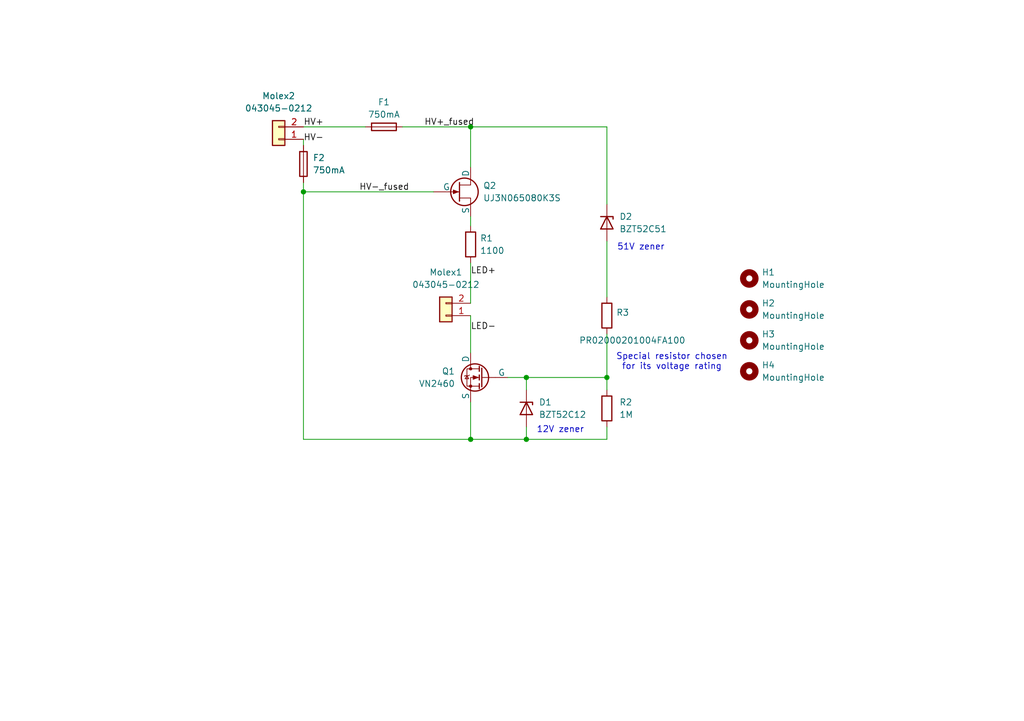
<source format=kicad_sch>
(kicad_sch (version 20231120) (generator "eeschema") (generator_version "8.0")
  (paper "A5")
  (lib_symbols
    (symbol "Connector_Generic:Conn_01x02" (pin_names (offset 1.016) hide)
      (property "Reference" "J" (at 0 2.54 0))
      (property "Value" "Conn_01x02" (at 0 -5.08 0))
      (symbol "Conn_01x02_1_1"
        (rectangle (start -1.27 -2.413) (end 0 -2.667) (stroke (width 0.1524)))
        (rectangle (start -1.27 0.127) (end 0 -0.127) (stroke (width 0.1524)))
        (rectangle (start -1.27 1.27) (end 1.27 -3.81) (stroke (width 0.254)) (fill (type background)))
        (pin passive line (at -5.08 0 0) (length 3.81) (name "Pin_1") (number "1"))
        (pin passive line (at -5.08 -2.54 0) (length 3.81) (name "Pin_2") (number "2"))
      )
    )
    (symbol "Device:Fuse" (pin_numbers hide) (pin_names (offset 0))
      (property "Reference" "F" (at 2.032 0 90))
      (property "Value" "Fuse" (at -1.905 0 90))
      (symbol "Fuse_0_1"
        (rectangle (start -0.762 -2.54) (end 0.762 2.54) (stroke (width 0.254)))
        (polyline (pts (xy 0 2.54) (xy 0 -2.54)))
      )
      (symbol "Fuse_1_1"
        (pin passive line (at 0 3.81 270) (length 1.27) (name "~") (number "1"))
        (pin passive line (at 0 -3.81 90) (length 1.27) (name "~") (number "2"))
      )
    )
    (symbol "Device:R" (pin_numbers hide) (pin_names (offset 0))
      (property "Reference" "R" (at 2.032 0 90))
      (property "Value" "R" (at 0 0 90))
      (symbol "R_0_1"
        (rectangle (start -1.016 -2.54) (end 1.016 2.54) (stroke (width 0.254)))
      )
      (symbol "R_1_1"
        (pin passive line (at 0 3.81 270) (length 1.27) (name "~") (number "1"))
        (pin passive line (at 0 -3.81 90) (length 1.27) (name "~") (number "2"))
      )
    )
    (symbol "Diode:BZT52Bxx" (pin_numbers hide) (pin_names hide)
      (property "Reference" "D" (at 0 2.54 0))
      (property "Value" "BZT52Bxx" (at 0 -2.54 0))
      (symbol "BZT52Bxx_0_1"
        (polyline (pts (xy 1.27 0) (xy -1.27 0)))
        (polyline (pts (xy -1.27 -1.27) (xy -1.27 1.27) (xy -0.762 1.27)) (stroke (width 0.254)))
        (polyline (pts (xy 1.27 -1.27) (xy 1.27 1.27) (xy -1.27 0) (xy 1.27 -1.27)) (stroke (width 0.254)))
      )
      (symbol "BZT52Bxx_1_1"
        (pin passive line (at -3.81 0 0) (length 2.54) (name "K") (number "1"))
        (pin passive line (at 3.81 0 180) (length 2.54) (name "A") (number "2"))
      )
    )
    (symbol "Mechanical:MountingHole" (pin_names (offset 1.016)) (exclude_from_sim yes) (in_bom no)
      (property "Reference" "H" (at 0 5.08 0))
      (property "Value" "MountingHole" (at 0 3.175 0))
      (symbol "MountingHole_0_1"
        (circle (center 0 0) (radius 1.27) (stroke (width 1.27)))
      )
    )
    (symbol "Simulation_SPICE:NJFET" (pin_numbers hide) (pin_names (offset 0))
      (property "Reference" "Q2" (at 5.715 1.27 0))
      (property "Value" "UJ3N120035K3S" (at 5.715 -1.27 0))
      (symbol "NJFET_0_1"
        (polyline (pts (xy 0.254 1.905) (xy 0.254 -1.905) (xy 0.254 -1.905)) (stroke (width 0.254)))
        (polyline (pts (xy 2.54 -2.54) (xy 2.54 -1.27) (xy 0.254 -1.27)))
        (polyline (pts (xy 2.54 2.54) (xy 2.54 1.397) (xy 0.254 1.397)))
        (polyline (pts (xy 0 0) (xy -1.016 0.381) (xy -1.016 -0.381) (xy 0 0)) (fill (type outline)))
        (circle (center 1.27 0) (radius 2.8194) (stroke (width 0.254)))
      )
      (symbol "NJFET_1_1"
        (pin input line (at -5.08 0 0) (length 5.334) (name "G") (number "1"))
        (pin passive line (at 2.54 5.08 270) (length 2.54) (name "D") (number "2"))
        (pin passive line (at 2.54 -5.08 90) (length 2.54) (name "S") (number "3"))
      )
    )
    (symbol "Simulation_SPICE:NMOS" (pin_numbers hide) (pin_names (offset 0))
      (property "Reference" "Q1" (at 5.715 1.27 0))
      (property "Value" "VN2460" (at 5.715 -1.27 0))
      (symbol "NMOS_0_1"
        (polyline (pts (xy 0.254 0) (xy -2.54 0)))
        (polyline (pts (xy 0.254 1.905) (xy 0.254 -1.905)) (stroke (width 0.254)))
        (polyline (pts (xy 0.762 -1.27) (xy 0.762 -2.286)) (stroke (width 0.254)))
        (polyline (pts (xy 0.762 0.508) (xy 0.762 -0.508)) (stroke (width 0.254)))
        (polyline (pts (xy 0.762 2.286) (xy 0.762 1.27)) (stroke (width 0.254)))
        (polyline (pts (xy 2.54 2.54) (xy 2.54 1.778)))
        (polyline (pts (xy 2.54 -2.54) (xy 2.54 0) (xy 0.762 0)))
        (polyline (pts (xy 0.762 -1.778) (xy 3.302 -1.778) (xy 3.302 1.778) (xy 0.762 1.778)))
        (polyline (pts (xy 1.016 0) (xy 2.032 0.381) (xy 2.032 -0.381) (xy 1.016 0)) (fill (type outline)))
        (polyline (pts (xy 2.794 0.508) (xy 2.921 0.381) (xy 3.683 0.381) (xy 3.81 0.254)))
        (polyline (pts (xy 3.302 0.381) (xy 2.921 -0.254) (xy 3.683 -0.254) (xy 3.302 0.381)))
        (circle (center 1.651 0) (radius 2.794) (stroke (width 0.254)))
        (circle (center 2.54 -1.778) (radius 0.254) (fill (type outline)))
        (circle (center 2.54 1.778) (radius 0.254) (fill (type outline)))
      )
      (symbol "NMOS_1_1"
        (pin passive line (at 2.54 -5.08 90) (length 2.54) (name "S") (number "1"))
        (pin input line (at -5.08 0 0) (length 2.54) (name "G") (number "2"))
        (pin passive line (at 2.54 5.08 270) (length 2.54) (name "D") (number "3"))
      )
    )
  )
  (junction (at 96.52 26.035))
  (junction (at 124.46 77.47))
  (junction (at 107.95 90.17))
  (junction (at 96.52 90.17))
  (junction (at 107.95 77.47))
  (junction (at 62.23 39.37))
  (wire (pts (xy 62.23 37.465) (xy 62.23 39.37)))
  (wire (pts (xy 62.23 29.845) (xy 62.23 28.575)))
  (wire (pts (xy 82.55 26.035) (xy 96.52 26.035)))
  (wire (pts (xy 96.52 44.45) (xy 96.52 46.355)))
  (wire (pts (xy 96.52 90.17) (xy 62.23 90.17)))
  (wire (pts (xy 62.23 39.37) (xy 88.9 39.37)))
  (wire (pts (xy 107.95 90.17) (xy 124.46 90.17)))
  (wire (pts (xy 124.46 77.47) (xy 124.46 68.58)))
  (wire (pts (xy 107.95 77.47) (xy 107.95 80.01)))
  (wire (pts (xy 124.46 90.17) (xy 124.46 87.63)))
  (wire (pts (xy 124.46 26.035) (xy 96.52 26.035)))
  (wire (pts (xy 107.95 77.47) (xy 124.46 77.47)))
  (wire (pts (xy 96.52 26.035) (xy 96.52 34.29)))
  (wire (pts (xy 62.23 26.035) (xy 74.93 26.035)))
  (wire (pts (xy 124.46 49.53) (xy 124.46 60.96)))
  (wire (pts (xy 124.46 41.91) (xy 124.46 26.035)))
  (wire (pts (xy 104.14 77.47) (xy 107.95 77.47)))
  (wire (pts (xy 96.52 90.17) (xy 107.95 90.17)))
  (wire (pts (xy 107.95 90.17) (xy 107.95 87.63)))
  (wire (pts (xy 124.46 77.47) (xy 124.46 80.01)))
  (wire (pts (xy 96.52 82.55) (xy 96.52 90.17)))
  (wire (pts (xy 96.52 53.975) (xy 96.52 62.23)))
  (wire (pts (xy 62.23 90.17) (xy 62.23 39.37)))
  (wire (pts (xy 96.52 64.77) (xy 96.52 72.39)))
  (text "12V zener" (at 114.935 88.265 0) (effects (font (size 1.27 1.27))))
  (text "51V zener" (at 131.445 50.8 0) (effects (font (size 1.27 1.27))))
  (text "Special resistor chosen\nfor its voltage rating" (at 137.795 74.295 0) (effects (font (size 1.27 1.27))))
  (label "HV+_fused" (at 86.995 26.035 0))
  (label "LED+" (at 96.52 56.515 0))
  (label "HV-_fused" (at 73.66 39.37 0))
  (label "LED-" (at 96.52 67.945 0))
  (label "HV+" (at 62.23 26.035 0))
  (label "HV-" (at 62.23 29.21 0))
  (symbol (lib_id "Device:R") (at 96.52 50.165 0) (unit 1)
    (property "Reference" "R1" (at 98.425 48.895 0) (effects (justify left)))
    (property "Value" "1100" (at 98.425 51.435 0) (effects (justify left)))
    (property "Footprint" "Resistor_THT:R_Axial_DIN0207_L6.3mm_D2.5mm_P7.62mm_Horizontal" (effects (hide yes)))
  )
  (symbol (lib_id "Simulation_SPICE:NMOS") (at 99.06 77.47 0) (mirror y) (unit 1)
    (property "Reference" "Q1" (at 93.345 76.2 0) (effects (justify left)))
    (property "Value" "VN2460" (at 93.345 78.74 0) (effects (justify left)))
    (property "Footprint" "Package_TO_SOT_THT:TO-92" (effects (hide yes)))
    (property "Datasheet" "https://ngspice.sourceforge.io/docs/ngspice-manual.pdf" (effects (hide yes)))
    (property "Sim.Device" "NMOS" (effects (hide yes)))
    (property "Sim.Type" "VDMOS" (effects (hide yes)))
    (property "Sim.Pins" "1=D 2=G 3=S" (effects (hide yes)))
  )
  (symbol (lib_id "Connector_Generic:Conn_01x02") (at 91.44 64.77 180) (unit 1)
    (property "Reference" "Molex1" (at 91.44 55.88 0))
    (property "Value" "043045-0212" (at 91.44 58.42 0))
    (property "Footprint" "Connector_Molex:Molex_Micro-Fit_3.0_43045-0212_2x01_P3.00mm_Vertical" (effects (hide yes)))
  )
  (symbol (lib_id "Mechanical:MountingHole") (at 153.67 57.15 0) (unit 1) (exclude_from_sim yes) (in_bom no)
    (property "Reference" "H1" (at 156.21 55.8799 0) (effects (justify left)))
    (property "Value" "MountingHole" (at 156.21 58.4199 0) (effects (justify left)))
    (property "Footprint" "MountingHole:MountingHole_4.3mm_M4" (effects (hide yes)))
    (property "Description" "Mounting Hole without connection" (effects (hide yes)))
  )
  (symbol (lib_id "Device:Fuse") (at 78.74 26.035 90) (unit 1)
    (property "Reference" "F1" (at 78.74 20.955 90))
    (property "Value" "750mA" (at 78.74 23.495 90))
    (property "Footprint" "Library:FUSE_BK_PCS" (effects (hide yes)))
  )
  (symbol (lib_id "Device:R") (at 124.46 83.82 0) (unit 1)
    (property "Reference" "R2" (at 127 82.5499 0) (effects (justify left)))
    (property "Value" "1M" (at 127 85.0899 0) (effects (justify left)))
    (property "Footprint" "Resistor_THT:R_Axial_DIN0207_L6.3mm_D2.5mm_P7.62mm_Horizontal" (effects (hide yes)))
  )
  (symbol (lib_id "Connector_Generic:Conn_01x02") (at 57.15 28.575 180) (unit 1)
    (property "Reference" "Molex2" (at 57.15 19.685 0))
    (property "Value" "043045-0212" (at 57.15 22.225 0))
    (property "Footprint" "Connector_Molex:Molex_Micro-Fit_3.0_43045-0212_2x01_P3.00mm_Vertical" (effects (hide yes)))
  )
  (symbol (lib_id "Diode:BZT52Bxx") (at 124.46 45.72 270) (unit 1)
    (property "Reference" "D2" (at 127 44.4499 90) (effects (justify left)))
    (property "Value" "BZT52C51" (at 127 46.9899 90) (effects (justify left)))
    (property "Footprint" "Diode_SMD:D_SOD-123F" (effects (hide yes)))
    (property "Datasheet" "https://diotec.com/tl_files/diotec/files/pdf/datasheets/bzt52b2v4.pdf" (effects (hide yes)))
    (property "Description" "500mW Zener Diode, SOD-123F" (effects (hide yes)))
  )
  (symbol (lib_id "Device:Fuse") (at 62.23 33.655 180) (unit 1)
    (property "Reference" "F2" (at 64.135 32.3849 0) (effects (justify right)))
    (property "Value" "750mA" (at 64.135 34.9249 0) (effects (justify right)))
    (property "Footprint" "Library:FUSE_BK_PCS" (effects (hide yes)))
  )
  (symbol (lib_id "Mechanical:MountingHole") (at 153.67 63.5 0) (unit 1) (exclude_from_sim yes) (in_bom no)
    (property "Reference" "H2" (at 156.21 62.2299 0) (effects (justify left)))
    (property "Value" "MountingHole" (at 156.21 64.7699 0) (effects (justify left)))
    (property "Footprint" "MountingHole:MountingHole_4.3mm_M4" (effects (hide yes)))
    (property "Description" "Mounting Hole without connection" (effects (hide yes)))
  )
  (symbol (lib_id "Simulation_SPICE:NJFET") (at 93.98 39.37 0) (unit 1)
    (property "Reference" "Q2" (at 99.06 38.0999 0) (effects (justify left)))
    (property "Value" "UJ3N065080K3S" (at 99.06 40.6399 0) (effects (justify left)))
    (property "Footprint" "Package_TO_SOT_THT:TO-247-3_Horizontal_TabDown" (effects (hide yes)))
    (property "Sim.Device" "NJFET" (effects (hide yes)))
    (property "Sim.Type" "SHICHMANHODGES" (effects (hide yes)))
    (property "Sim.Pins" "1=D 2=G 3=S" (effects (hide yes)))
  )
  (symbol (lib_id "Mechanical:MountingHole") (at 153.67 69.85 0) (unit 1) (exclude_from_sim yes) (in_bom no)
    (property "Reference" "H3" (at 156.21 68.5799 0) (effects (justify left)))
    (property "Value" "MountingHole" (at 156.21 71.1199 0) (effects (justify left)))
    (property "Footprint" "MountingHole:MountingHole_4.3mm_M4" (effects (hide yes)))
    (property "Description" "Mounting Hole without connection" (effects (hide yes)))
  )
  (symbol (lib_id "Mechanical:MountingHole") (at 153.67 76.2 0) (unit 1) (exclude_from_sim yes) (in_bom no)
    (property "Reference" "H4" (at 156.21 74.9299 0) (effects (justify left)))
    (property "Value" "MountingHole" (at 156.21 77.4699 0) (effects (justify left)))
    (property "Footprint" "MountingHole:MountingHole_4.3mm_M4" (effects (hide yes)))
    (property "Description" "Mounting Hole without connection" (effects (hide yes)))
  )
  (symbol (lib_id "Device:R") (at 124.46 64.77 0) (unit 1)
    (property "Reference" "R3" (at 126.365 64.135 0) (effects (justify left)))
    (property "Value" "PR02000201004FA100" (at 118.745 69.85 0) (effects (justify left)))
    (property "Footprint" "Resistor_THT:R_Axial_DIN0207_L6.3mm_D2.5mm_P7.62mm_Horizontal" (effects (hide yes)))
  )
  (symbol (lib_id "Diode:BZT52Bxx") (at 107.95 83.82 270) (unit 1)
    (property "Reference" "D1" (at 110.49 82.5499 90) (effects (justify left)))
    (property "Value" "BZT52C12" (at 110.49 85.0899 90) (effects (justify left)))
    (property "Footprint" "Diode_SMD:D_SOD-123F" (effects (hide yes)))
    (property "Datasheet" "https://diotec.com/tl_files/diotec/files/pdf/datasheets/bzt52b2v4.pdf" (effects (hide yes)))
    (property "Description" "500mW Zener Diode, SOD-123F" (effects (hide yes)))
  )
)
</source>
